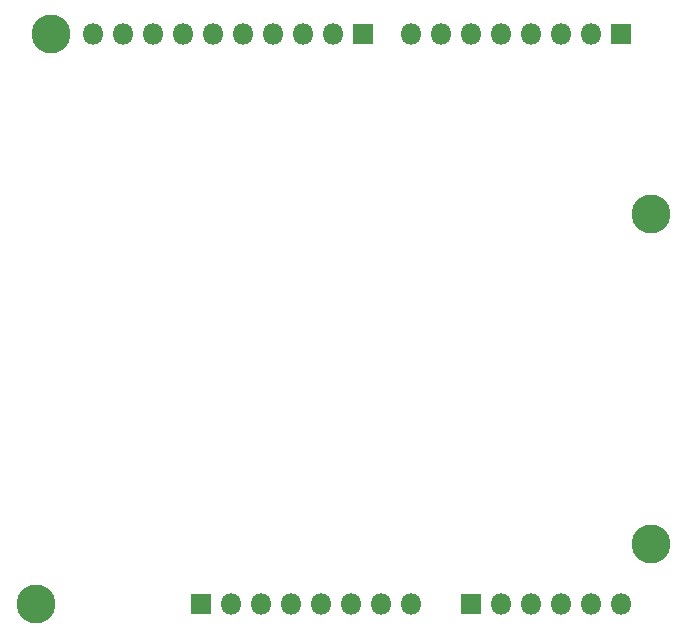
<source format=gbr>
%TF.GenerationSoftware,KiCad,Pcbnew,5.1.6-c6e7f7d~87~ubuntu19.10.1*%
%TF.CreationDate,2020-08-28T21:10:44+02:00*%
%TF.ProjectId,zephyr-ci-shield,7a657068-7972-42d6-9369-2d736869656c,1*%
%TF.SameCoordinates,Original*%
%TF.FileFunction,Soldermask,Bot*%
%TF.FilePolarity,Negative*%
%FSLAX46Y46*%
G04 Gerber Fmt 4.6, Leading zero omitted, Abs format (unit mm)*
G04 Created by KiCad (PCBNEW 5.1.6-c6e7f7d~87~ubuntu19.10.1) date 2020-08-28 21:10:44*
%MOMM*%
%LPD*%
G01*
G04 APERTURE LIST*
%ADD10C,3.300000*%
%ADD11O,1.800000X1.800000*%
%ADD12R,1.800000X1.800000*%
G04 APERTURE END LIST*
D10*
%TO.C,H3*%
X165940000Y-88260000D03*
%TD*%
%TO.C,H2*%
X165940000Y-116200000D03*
%TD*%
%TO.C,H1*%
X113870000Y-121280000D03*
%TD*%
%TO.C,H4*%
X115140000Y-73020000D03*
%TD*%
D11*
%TO.C,J4*%
X118700000Y-73030000D03*
X121240000Y-73030000D03*
X123780000Y-73030000D03*
X126320000Y-73030000D03*
X128860000Y-73030000D03*
X131400000Y-73030000D03*
X133940000Y-73030000D03*
X136480000Y-73030000D03*
X139020000Y-73030000D03*
D12*
X141560000Y-73030000D03*
%TD*%
D11*
%TO.C,J3*%
X163400000Y-121280000D03*
X160860000Y-121280000D03*
X158320000Y-121280000D03*
X155780000Y-121280000D03*
X153240000Y-121280000D03*
D12*
X150700000Y-121280000D03*
%TD*%
D11*
%TO.C,J2*%
X145620000Y-121270000D03*
X143080000Y-121270000D03*
X140540000Y-121270000D03*
X138000000Y-121270000D03*
X135460000Y-121270000D03*
X132920000Y-121270000D03*
X130380000Y-121270000D03*
D12*
X127840000Y-121270000D03*
%TD*%
D11*
%TO.C,J5*%
X145620000Y-73010000D03*
X148160000Y-73010000D03*
X150700000Y-73010000D03*
X153240000Y-73010000D03*
X155780000Y-73010000D03*
X158320000Y-73010000D03*
X160860000Y-73010000D03*
D12*
X163400000Y-73010000D03*
%TD*%
M02*

</source>
